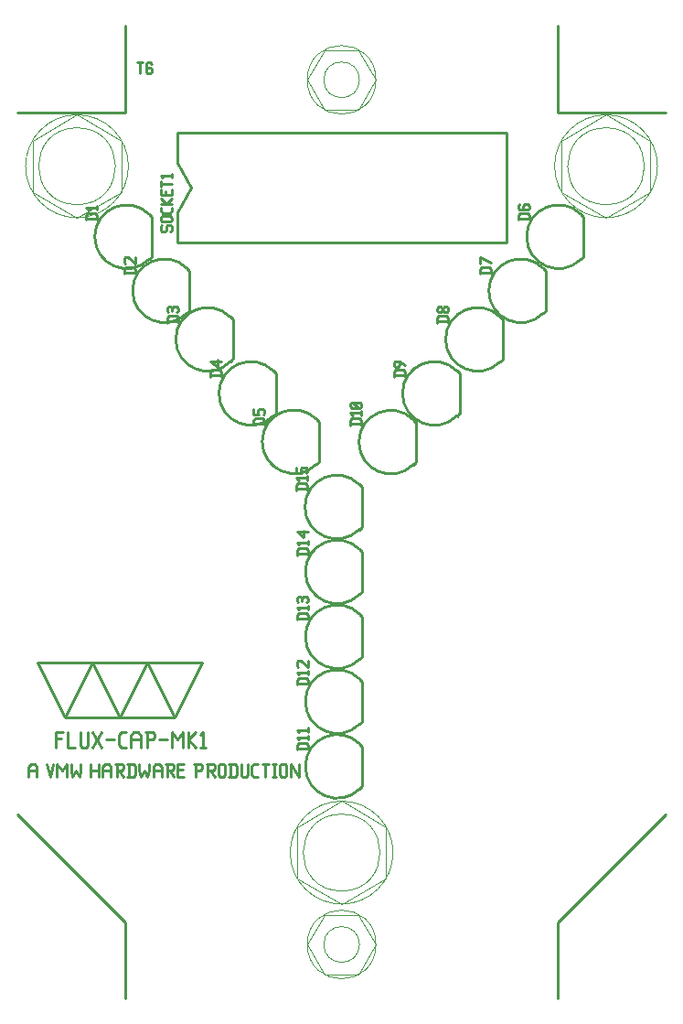
<source format=gbr>
G04 start of page 14 for group -4079 idx -4079 *
G04 Title: (unknown), topsilk *
G04 Creator: pcb 20110918 *
G04 CreationDate: Fri 07 Mar 2014 07:56:38 PM GMT UTC *
G04 For: vince *
G04 Format: Gerber/RS-274X *
G04 PCB-Dimensions: 236220 354331 *
G04 PCB-Coordinate-Origin: lower left *
%MOIN*%
%FSLAX25Y25*%
%LNTOPSILK*%
%ADD97C,0.0010*%
%ADD96C,0.0100*%
G54D96*X39675Y91D02*Y27643D01*
X197115Y91D02*Y27643D01*
X236475Y67003D01*
X39675Y354331D02*Y322843D01*
X315D01*
X197115Y354331D02*Y322843D01*
X236475D01*
X315Y67003D02*X39675Y27643D01*
X4251Y84283D02*Y80683D01*
Y84283D02*X5091Y85483D01*
X6411D01*
X7251Y84283D01*
Y80683D01*
X4251Y83083D02*X7251D01*
X10851Y85483D02*X12051Y80683D01*
X13251Y85483D01*
X14691D02*Y80683D01*
Y85483D02*X16491Y83083D01*
X18291Y85483D01*
Y80683D01*
X19731Y85483D02*Y83083D01*
X20331Y80683D01*
X21531Y83083D01*
X22731Y80683D01*
X23331Y83083D01*
Y85483D02*Y83083D01*
X26931Y85483D02*Y80683D01*
X29931Y85483D02*Y80683D01*
X26931Y83083D02*X29931D01*
X31371Y84283D02*Y80683D01*
Y84283D02*X32211Y85483D01*
X33531D01*
X34371Y84283D01*
Y80683D01*
X31371Y83083D02*X34371D01*
X35811Y85483D02*X38211D01*
X38811Y84883D01*
Y83683D01*
X38211Y83083D02*X38811Y83683D01*
X36411Y83083D02*X38211D01*
X36411Y85483D02*Y80683D01*
X37371Y83083D02*X38811Y80683D01*
X40851Y85483D02*Y80683D01*
X42411Y85483D02*X43251Y84643D01*
Y81523D01*
X42411Y80683D02*X43251Y81523D01*
X40251Y80683D02*X42411D01*
X40251Y85483D02*X42411D01*
X44691D02*Y83083D01*
X45291Y80683D01*
X46491Y83083D01*
X47691Y80683D01*
X48291Y83083D01*
Y85483D02*Y83083D01*
X49731Y84283D02*Y80683D01*
Y84283D02*X50571Y85483D01*
X51891D01*
X52731Y84283D01*
Y80683D01*
X49731Y83083D02*X52731D01*
X54171Y85483D02*X56571D01*
X57171Y84883D01*
Y83683D01*
X56571Y83083D02*X57171Y83683D01*
X54771Y83083D02*X56571D01*
X54771Y85483D02*Y80683D01*
X55731Y83083D02*X57171Y80683D01*
X58611Y83323D02*X60411D01*
X58611Y80683D02*X61011D01*
X58611Y85483D02*Y80683D01*
Y85483D02*X61011D01*
X65211D02*Y80683D01*
X64611Y85483D02*X67011D01*
X67611Y84883D01*
Y83683D01*
X67011Y83083D02*X67611Y83683D01*
X65211Y83083D02*X67011D01*
X69051Y85483D02*X71451D01*
X72051Y84883D01*
Y83683D01*
X71451Y83083D02*X72051Y83683D01*
X69651Y83083D02*X71451D01*
X69651Y85483D02*Y80683D01*
X70611Y83083D02*X72051Y80683D01*
X73491Y84883D02*Y81283D01*
Y84883D02*X74091Y85483D01*
X75291D01*
X75891Y84883D01*
Y81283D01*
X75291Y80683D02*X75891Y81283D01*
X74091Y80683D02*X75291D01*
X73491Y81283D02*X74091Y80683D01*
X77931Y85483D02*Y80683D01*
X79491Y85483D02*X80331Y84643D01*
Y81523D01*
X79491Y80683D02*X80331Y81523D01*
X77331Y80683D02*X79491D01*
X77331Y85483D02*X79491D01*
X81771D02*Y81283D01*
X82371Y80683D01*
X83571D01*
X84171Y81283D01*
Y85483D02*Y81283D01*
X86451Y80683D02*X88011D01*
X85611Y81523D02*X86451Y80683D01*
X85611Y84643D02*Y81523D01*
Y84643D02*X86451Y85483D01*
X88011D01*
X89451D02*X91851D01*
X90651D02*Y80683D01*
X93291Y85483D02*X94491D01*
X93891D02*Y80683D01*
X93291D02*X94491D01*
X95931Y84883D02*Y81283D01*
Y84883D02*X96531Y85483D01*
X97731D01*
X98331Y84883D01*
Y81283D01*
X97731Y80683D02*X98331Y81283D01*
X96531Y80683D02*X97731D01*
X95931Y81283D02*X96531Y80683D01*
X99771Y85483D02*Y80683D01*
Y85483D02*X102771Y80683D01*
Y85483D02*Y80683D01*
X14091Y97091D02*Y91491D01*
Y97091D02*X16891D01*
X14091Y94571D02*X16191D01*
X18571Y97091D02*Y91491D01*
X21371D01*
X23051Y97091D02*Y92191D01*
X23751Y91491D01*
X25151D01*
X25851Y92191D01*
Y97091D02*Y92191D01*
X27531Y91491D02*X31031Y97091D01*
X27531D02*X31031Y91491D01*
X32711Y94291D02*X35511D01*
X38171Y91491D02*X39991D01*
X37191Y92471D02*X38171Y91491D01*
X37191Y96111D02*Y92471D01*
Y96111D02*X38171Y97091D01*
X39991D01*
X41671Y95691D02*Y91491D01*
Y95691D02*X42651Y97091D01*
X44191D01*
X45171Y95691D01*
Y91491D01*
X41671Y94291D02*X45171D01*
X47551Y97091D02*Y91491D01*
X46851Y97091D02*X49651D01*
X50351Y96391D01*
Y94991D01*
X49651Y94291D02*X50351Y94991D01*
X47551Y94291D02*X49651D01*
X52031D02*X54831D01*
X56511Y97091D02*Y91491D01*
Y97091D02*X58611Y94291D01*
X60711Y97091D01*
Y91491D01*
X62391Y97091D02*Y91491D01*
Y94291D02*X65191Y97091D01*
X62391Y94291D02*X65191Y91491D01*
X66871Y95971D02*X67991Y97091D01*
Y91491D01*
X66871D02*X68971D01*
X126020Y162712D02*Y148212D01*
X125020Y163612D02*X126020Y162612D01*
X125020Y147212D02*X125920Y148112D01*
X125022Y163614D02*G75*G03X125022Y147210I-8202J-8202D01*G01*
X126020Y139090D02*Y124590D01*
X125020Y139990D02*X126020Y138990D01*
X125020Y123590D02*X125920Y124490D01*
X125022Y139992D02*G75*G03X125022Y123588I-8202J-8202D01*G01*
G54D97*X118426Y34400D02*X134646Y43780D01*
Y62520D02*Y43780D01*
Y62520D02*X118426Y71900D01*
X102206Y62520D01*
Y43780D01*
X118426Y34400D01*
Y39150D02*G75*G03X118426Y39150I0J14000D01*G01*
Y34400D02*G75*G03X118426Y34400I0J18750D01*G01*
G54D96*X126020Y115468D02*Y100968D01*
X125020Y116368D02*X126020Y115368D01*
X125020Y99968D02*X125920Y100868D01*
X125022Y116370D02*G75*G03X125022Y99966I-8202J-8202D01*G01*
G54D97*X105926Y19685D02*X112176Y8865D01*
X124676D01*
X130926Y19685D01*
X124676Y30505D01*
X112176D01*
X105926Y19685D01*
X111926D02*G75*G03X111926Y19685I6500J0D01*G01*
X105926D02*G75*G03X105926Y19685I12500J0D01*G01*
G54D96*X126020Y91846D02*Y77346D01*
X125020Y92746D02*X126020Y91746D01*
X125020Y76346D02*X125920Y77246D01*
X125022Y92748D02*G75*G03X125022Y76344I-8202J-8202D01*G01*
X125863Y186334D02*Y171834D01*
X124863Y187234D02*X125863Y186234D01*
X124863Y170834D02*X125763Y171734D01*
X124865Y187236D02*G75*G03X124865Y170832I-8202J-8202D01*G01*
X145548Y209956D02*Y195456D01*
X144548Y210856D02*X145548Y209856D01*
X144548Y194456D02*X145448Y195356D01*
X144550Y210858D02*G75*G03X144550Y194454I-8202J-8202D01*G01*
X161415Y227707D02*Y213207D01*
X160415Y228607D02*X161415Y227607D01*
X160415Y212207D02*X161315Y213107D01*
X160417Y228609D02*G75*G03X160417Y212205I-8202J-8202D01*G01*
X110272Y210114D02*Y195614D01*
X109272Y211014D02*X110272Y210014D01*
X109272Y194614D02*X110172Y195514D01*
X109274Y211016D02*G75*G03X109274Y194612I-8202J-8202D01*G01*
X94503Y227707D02*Y213207D01*
X93503Y228607D02*X94503Y227607D01*
X93503Y212207D02*X94403Y213107D01*
X93505Y228609D02*G75*G03X93505Y212205I-8202J-8202D01*G01*
X192903Y265099D02*Y250599D01*
X191903Y265999D02*X192903Y264999D01*
X191903Y249599D02*X192803Y250499D01*
X191905Y266001D02*G75*G03X191905Y249597I-8202J-8202D01*G01*
X206679Y284779D02*Y270279D01*
X205679Y285679D02*X206679Y284679D01*
X205679Y269279D02*X206579Y270179D01*
X205681Y285681D02*G75*G03X205681Y269277I-8202J-8202D01*G01*
G54D97*X214827Y321913D02*X198607Y312533D01*
Y293793D01*
X214827Y284413D01*
X231047Y293793D01*
Y312533D02*Y293793D01*
Y312533D02*X214827Y321913D01*
Y317163D02*G75*G03X214827Y317163I0J-14000D01*G01*
Y321913D02*G75*G03X214827Y321913I0J-18750D01*G01*
G54D96*X58426Y275276D02*X178426D01*
Y315276D02*Y275276D01*
X58426Y315276D02*X178426D01*
X58426D02*Y304276D01*
X63426Y295276D01*
X58426Y286276D01*
Y275276D01*
X177159Y247387D02*Y232887D01*
X176159Y248287D02*X177159Y247287D01*
X176159Y231887D02*X177059Y232787D01*
X176161Y248289D02*G75*G03X176161Y231885I-8202J-8202D01*G01*
X78759Y247387D02*Y232887D01*
X77759Y248287D02*X78759Y247287D01*
X77759Y231887D02*X78659Y232787D01*
X77761Y248289D02*G75*G03X77761Y231885I-8202J-8202D01*G01*
X63015Y265099D02*Y250599D01*
X62015Y265999D02*X63015Y264999D01*
X62015Y249599D02*X62915Y250499D01*
X62017Y266001D02*G75*G03X62017Y249597I-8202J-8202D01*G01*
X49239Y284779D02*Y270279D01*
X48239Y285679D02*X49239Y284679D01*
X48239Y269279D02*X49139Y270179D01*
X48241Y285681D02*G75*G03X48241Y269277I-8202J-8202D01*G01*
G54D97*X21963Y284413D02*X38183Y293793D01*
Y312533D02*Y293793D01*
Y312533D02*X21963Y321913D01*
X5743Y312533D01*
Y293793D01*
X21963Y284413D01*
Y289163D02*G75*G03X21963Y289163I0J14000D01*G01*
X21963Y284413D02*G75*G03X21963Y284413I0J18750D01*G01*
G54D96*X7707Y122267D02*X17707Y102267D01*
X57707D01*
X67707Y122267D01*
X7707D01*
X17707Y102267D02*X27707Y122267D01*
X37707Y102267D01*
X47707Y122267D01*
X57707Y102267D01*
G54D97*X105926Y334646D02*X112176Y323826D01*
X124676D01*
X130926Y334646D01*
X124676Y345466D01*
X112176D01*
X105926Y334646D01*
X111926D02*G75*G03X111926Y334646I6500J0D01*G01*
X105926D02*G75*G03X105926Y334646I12500J0D01*G01*
G54D96*X43914Y340890D02*X45914D01*
X44914D02*Y336890D01*
X48614Y340890D02*X49114Y340390D01*
X47614Y340890D02*X48614D01*
X47114Y340390D02*X47614Y340890D01*
X47114Y340390D02*Y337390D01*
X47614Y336890D01*
X48614Y339090D02*X49114Y338590D01*
X47114Y339090D02*X48614D01*
X47614Y336890D02*X48614D01*
X49114Y337390D01*
Y338590D02*Y337390D01*
X52426Y281276D02*X52926Y281776D01*
X52426Y281276D02*Y279776D01*
X52926Y279276D02*X52426Y279776D01*
X52926Y279276D02*X53926D01*
X54426Y279776D01*
Y281276D02*Y279776D01*
Y281276D02*X54926Y281776D01*
X55926D01*
X56426Y281276D02*X55926Y281776D01*
X56426Y281276D02*Y279776D01*
X55926Y279276D02*X56426Y279776D01*
X52926Y282976D02*X55926D01*
X52926D02*X52426Y283476D01*
Y284476D02*Y283476D01*
Y284476D02*X52926Y284976D01*
X55926D01*
X56426Y284476D02*X55926Y284976D01*
X56426Y284476D02*Y283476D01*
X55926Y282976D02*X56426Y283476D01*
Y288176D02*Y286876D01*
X55726Y286176D02*X56426Y286876D01*
X53126Y286176D02*X55726D01*
X53126D02*X52426Y286876D01*
Y288176D02*Y286876D01*
Y289376D02*X56426D01*
X54426D02*X52426Y291376D01*
X54426Y289376D02*X56426Y291376D01*
X54226Y294076D02*Y292576D01*
X56426Y294576D02*Y292576D01*
X52426D02*X56426D01*
X52426Y294576D02*Y292576D01*
Y297776D02*Y295776D01*
Y296776D02*X56426D01*
X53226Y298976D02*X52426Y299776D01*
X56426D01*
Y300476D02*Y298976D01*
X25339Y284079D02*X29339D01*
X25339Y285379D02*X26039Y286079D01*
X28639D01*
X29339Y285379D02*X28639Y286079D01*
X29339Y285379D02*Y283579D01*
X25339Y285379D02*Y283579D01*
X26139Y287279D02*X25339Y288079D01*
X29339D01*
Y288779D02*Y287279D01*
X121648Y209256D02*X125648D01*
X121648Y210556D02*X122348Y211256D01*
X124948D01*
X125648Y210556D02*X124948Y211256D01*
X125648Y210556D02*Y208756D01*
X121648Y210556D02*Y208756D01*
X122448Y212456D02*X121648Y213256D01*
X125648D01*
Y213956D02*Y212456D01*
X125148Y215156D02*X125648Y215656D01*
X122148Y215156D02*X125148D01*
X122148D02*X121648Y215656D01*
Y216656D02*Y215656D01*
Y216656D02*X122148Y217156D01*
X125148D01*
X125648Y216656D02*X125148Y217156D01*
X125648Y216656D02*Y215656D01*
X124648Y215156D02*X122648Y217156D01*
X86372Y209414D02*X90372D01*
X86372Y210714D02*X87072Y211414D01*
X89672D01*
X90372Y210714D02*X89672Y211414D01*
X90372Y210714D02*Y208914D01*
X86372Y210714D02*Y208914D01*
Y214614D02*Y212614D01*
X88372D01*
X87872Y213114D01*
Y214114D02*Y213114D01*
Y214114D02*X88372Y214614D01*
X89872D01*
X90372Y214114D02*X89872Y214614D01*
X90372Y214114D02*Y213114D01*
X89872Y212614D02*X90372Y213114D01*
X137515Y227007D02*X141515D01*
X137515Y228307D02*X138215Y229007D01*
X140815D01*
X141515Y228307D02*X140815Y229007D01*
X141515Y228307D02*Y226507D01*
X137515Y228307D02*Y226507D01*
X141515Y230707D02*X139515Y232207D01*
X138015D02*X139515D01*
X137515Y231707D02*X138015Y232207D01*
X137515Y231707D02*Y230707D01*
X138015Y230207D02*X137515Y230707D01*
X138015Y230207D02*X139015D01*
X139515Y230707D01*
Y232207D02*Y230707D01*
X70603Y227007D02*X74603D01*
X70603Y228307D02*X71303Y229007D01*
X73903D01*
X74603Y228307D02*X73903Y229007D01*
X74603Y228307D02*Y226507D01*
X70603Y228307D02*Y226507D01*
X73103Y230207D02*X70603Y232207D01*
X73103Y232707D02*Y230207D01*
X70603Y232207D02*X74603D01*
X153259Y246687D02*X157259D01*
X153259Y247987D02*X153959Y248687D01*
X156559D01*
X157259Y247987D02*X156559Y248687D01*
X157259Y247987D02*Y246187D01*
X153259Y247987D02*Y246187D01*
X156759Y249887D02*X157259Y250387D01*
X155959Y249887D02*X156759D01*
X155959D02*X155259Y250587D01*
Y251187D02*Y250587D01*
Y251187D02*X155959Y251887D01*
X156759D01*
X157259Y251387D02*X156759Y251887D01*
X157259Y251387D02*Y250387D01*
X154559Y249887D02*X155259Y250587D01*
X153759Y249887D02*X154559D01*
X153759D02*X153259Y250387D01*
Y251387D02*Y250387D01*
Y251387D02*X153759Y251887D01*
X154559D01*
X155259Y251187D02*X154559Y251887D01*
X54859Y246687D02*X58859D01*
X54859Y247987D02*X55559Y248687D01*
X58159D01*
X58859Y247987D02*X58159Y248687D01*
X58859Y247987D02*Y246187D01*
X54859Y247987D02*Y246187D01*
X55359Y249887D02*X54859Y250387D01*
Y251387D02*Y250387D01*
Y251387D02*X55359Y251887D01*
X58859Y251387D02*X58359Y251887D01*
X58859Y251387D02*Y250387D01*
X58359Y249887D02*X58859Y250387D01*
X56659Y251387D02*Y250387D01*
X55359Y251887D02*X56159D01*
X57159D02*X58359D01*
X57159D02*X56659Y251387D01*
X56159Y251887D02*X56659Y251387D01*
X39115Y264399D02*X43115D01*
X39115Y265699D02*X39815Y266399D01*
X42415D01*
X43115Y265699D02*X42415Y266399D01*
X43115Y265699D02*Y263899D01*
X39115Y265699D02*Y263899D01*
X39615Y267599D02*X39115Y268099D01*
Y269599D02*Y268099D01*
Y269599D02*X39615Y270099D01*
X40615D01*
X43115Y267599D02*X40615Y270099D01*
X43115D02*Y267599D01*
X169003Y264399D02*X173003D01*
X169003Y265699D02*X169703Y266399D01*
X172303D01*
X173003Y265699D02*X172303Y266399D01*
X173003Y265699D02*Y263899D01*
X169003Y265699D02*Y263899D01*
X173003Y268099D02*X169003Y270099D01*
Y267599D01*
X182779Y284079D02*X186779D01*
X182779Y285379D02*X183479Y286079D01*
X186079D01*
X186779Y285379D02*X186079Y286079D01*
X186779Y285379D02*Y283579D01*
X182779Y285379D02*Y283579D01*
Y288779D02*X183279Y289279D01*
X182779Y288779D02*Y287779D01*
X183279Y287279D02*X182779Y287779D01*
X183279Y287279D02*X186279D01*
X186779Y287779D01*
X184579Y288779D02*X185079Y289279D01*
X184579Y288779D02*Y287279D01*
X186779Y288779D02*Y287779D01*
Y288779D02*X186279Y289279D01*
X185079D02*X186279D01*
X101963Y185634D02*X105963D01*
X101963Y186934D02*X102663Y187634D01*
X105263D01*
X105963Y186934D02*X105263Y187634D01*
X105963Y186934D02*Y185134D01*
X101963Y186934D02*Y185134D01*
X102763Y188834D02*X101963Y189634D01*
X105963D01*
Y190334D02*Y188834D01*
X101963Y193534D02*Y191534D01*
X103963D01*
X103463Y192034D01*
Y193034D02*Y192034D01*
Y193034D02*X103963Y193534D01*
X105463D01*
X105963Y193034D02*X105463Y193534D01*
X105963Y193034D02*Y192034D01*
X105463Y191534D02*X105963Y192034D01*
X102120Y162012D02*X106120D01*
X102120Y163312D02*X102820Y164012D01*
X105420D01*
X106120Y163312D02*X105420Y164012D01*
X106120Y163312D02*Y161512D01*
X102120Y163312D02*Y161512D01*
X102920Y165212D02*X102120Y166012D01*
X106120D01*
Y166712D02*Y165212D01*
X104620Y167912D02*X102120Y169912D01*
X104620Y170412D02*Y167912D01*
X102120Y169912D02*X106120D01*
X102120Y138390D02*X106120D01*
X102120Y139690D02*X102820Y140390D01*
X105420D01*
X106120Y139690D02*X105420Y140390D01*
X106120Y139690D02*Y137890D01*
X102120Y139690D02*Y137890D01*
X102920Y141590D02*X102120Y142390D01*
X106120D01*
Y143090D02*Y141590D01*
X102620Y144290D02*X102120Y144790D01*
Y145790D02*Y144790D01*
Y145790D02*X102620Y146290D01*
X106120Y145790D02*X105620Y146290D01*
X106120Y145790D02*Y144790D01*
X105620Y144290D02*X106120Y144790D01*
X103920Y145790D02*Y144790D01*
X102620Y146290D02*X103420D01*
X104420D02*X105620D01*
X104420D02*X103920Y145790D01*
X103420Y146290D02*X103920Y145790D01*
X102120Y114768D02*X106120D01*
X102120Y116068D02*X102820Y116768D01*
X105420D01*
X106120Y116068D02*X105420Y116768D01*
X106120Y116068D02*Y114268D01*
X102120Y116068D02*Y114268D01*
X102920Y117968D02*X102120Y118768D01*
X106120D01*
Y119468D02*Y117968D01*
X102620Y120668D02*X102120Y121168D01*
Y122668D02*Y121168D01*
Y122668D02*X102620Y123168D01*
X103620D01*
X106120Y120668D02*X103620Y123168D01*
X106120D02*Y120668D01*
X102120Y91146D02*X106120D01*
X102120Y92446D02*X102820Y93146D01*
X105420D01*
X106120Y92446D02*X105420Y93146D01*
X106120Y92446D02*Y90646D01*
X102120Y92446D02*Y90646D01*
X102920Y94346D02*X102120Y95146D01*
X106120D01*
Y95846D02*Y94346D01*
X102920Y97046D02*X102120Y97846D01*
X106120D01*
Y98546D02*Y97046D01*
M02*

</source>
